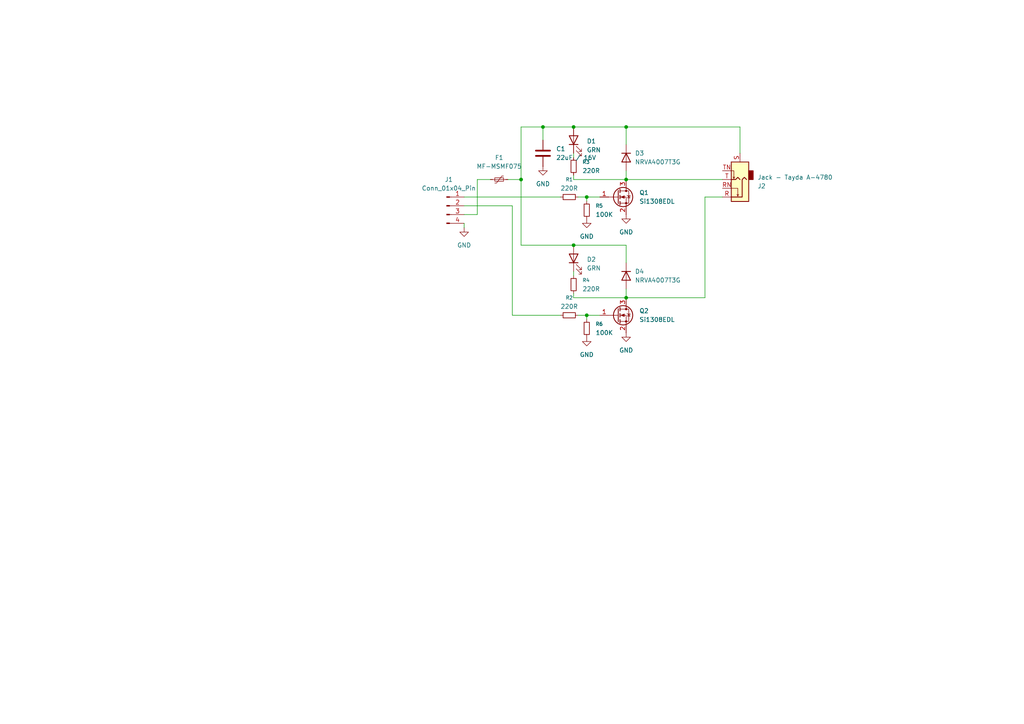
<source format=kicad_sch>
(kicad_sch (version 20250114) (generator "eeschema") (generator_version "9.0")
  (paper "A4")
  (title_block (title "Epoch2 - Motor Driver Test Board"))
  (lib_symbols
    (symbol "Connector:Conn_01x04_Pin" (pin_names (offset 1.016) (hide yes))
      (property "Reference" "J" (at 0 5.08 0))
      (property "Value" "Conn_01x04_Pin" (at 0 -7.62 0))
      (symbol "Conn_01x04_Pin_1_1"
        (rectangle (start 0.8636 2.667) (end 0 2.413) (stroke (width 0.1524)) (fill (type outline)))
        (rectangle (start 0.8636 0.127) (end 0 -0.127) (stroke (width 0.1524)) (fill (type outline)))
        (rectangle (start 0.8636 -2.413) (end 0 -2.667) (stroke (width 0.1524)) (fill (type outline)))
        (rectangle (start 0.8636 -4.953) (end 0 -5.207) (stroke (width 0.1524)) (fill (type outline)))
        (polyline (pts (xy 1.27 2.54) (xy 0.8636 2.54)) (stroke (width 0.1524)))
        (polyline (pts (xy 1.27 0) (xy 0.8636 0)) (stroke (width 0.1524)))
        (polyline (pts (xy 1.27 -2.54) (xy 0.8636 -2.54)) (stroke (width 0.1524)))
        (polyline (pts (xy 1.27 -5.08) (xy 0.8636 -5.08)) (stroke (width 0.1524)))
        (pin passive line (at 5.08 2.54 180) (length 3.81) (name "Pin_1") (number "1"))
        (pin passive line (at 5.08 0 180) (length 3.81) (name "Pin_2") (number "2"))
        (pin passive line (at 5.08 -2.54 180) (length 3.81) (name "Pin_3") (number "3"))
        (pin passive line (at 5.08 -5.08 180) (length 3.81) (name "Pin_4") (number "4"))
      )
    )
    (symbol "Connector_Audio:AudioJack2_Ground_Switch"
      (property "Reference" "J2" (at -5.08 1.9051 0))
      (property "Value" "Jack - Tayda A-4780" (at -5.08 -0.6349 0))
      (symbol "AudioJack2_Ground_Switch_0_1"
        (rectangle (start -2.54 -2.54) (end -3.81 0) (stroke (width 0.254)) (fill (type outline)))
        (rectangle (start 2.54 6.35) (end -2.54 -5.08) (stroke (width 0.254)) (fill (type background)))
      )
      (symbol "AudioJack2_Ground_Switch_1_1"
        (polyline (pts (xy 0 0) (xy 0.635 -0.635) (xy 1.27 0) (xy 2.54 0)) (stroke (width 0.254)))
        (polyline (pts (xy 0.635 4.826) (xy 0.889 4.318)))
        (polyline (pts (xy 1.778 -0.254) (xy 2.032 -0.762)))
        (polyline (pts (xy 2.54 5.08) (xy -0.635 5.08) (xy -0.635 0) (xy -1.27 -0.635) (xy -1.905 0)) (stroke (width 0.254)))
        (polyline (pts (xy 2.54 2.54) (xy 0.635 2.54) (xy 0.635 4.826) (xy 0.381 4.318)))
        (polyline (pts (xy 2.54 -2.54) (xy 1.778 -2.54) (xy 1.778 -0.254) (xy 1.524 -0.762)))
        (pin passive line (at 0 -7.62 90) (length 2.54) (name "~") (number "S"))
        (pin passive line (at 5.08 5.08 180) (length 2.54) (name "~") (number "R"))
        (pin passive line (at 5.08 2.54 180) (length 2.54) (name "~") (number "RN"))
        (pin passive line (at 5.08 0 180) (length 2.54) (name "~") (number "T"))
        (pin passive line (at 5.08 -2.54 180) (length 2.54) (name "~") (number "TN"))
      )
    )
    (symbol "Device:C" (pin_numbers (hide yes)) (pin_names (offset 0.254))
      (property "Reference" "C" (at 0.635 2.54 0))
      (property "Value" "C" (at 0.635 -2.54 0))
      (symbol "C_0_1"
        (polyline (pts (xy -2.032 0.762) (xy 2.032 0.762)) (stroke (width 0.508)))
        (polyline (pts (xy -2.032 -0.762) (xy 2.032 -0.762)) (stroke (width 0.508)))
      )
      (symbol "C_1_1"
        (pin passive line (at 0 3.81 270) (length 2.794) (name "~") (number "1"))
        (pin passive line (at 0 -3.81 90) (length 2.794) (name "~") (number "2"))
      )
    )
    (symbol "Device:LED" (pin_numbers (hide yes)) (pin_names (offset 1.016) (hide yes))
      (property "Reference" "D" (at 0 2.54 0))
      (property "Value" "LED" (at 0 -2.54 0))
      (symbol "LED_0_1"
        (polyline (pts (xy -3.048 -0.762) (xy -4.572 -2.286) (xy -3.81 -2.286) (xy -4.572 -2.286) (xy -4.572 -1.524)))
        (polyline (pts (xy -1.778 -0.762) (xy -3.302 -2.286) (xy -2.54 -2.286) (xy -3.302 -2.286) (xy -3.302 -1.524)))
        (polyline (pts (xy -1.27 0) (xy 1.27 0)))
        (polyline (pts (xy -1.27 -1.27) (xy -1.27 1.27)) (stroke (width 0.254)))
        (polyline (pts (xy 1.27 -1.27) (xy 1.27 1.27) (xy -1.27 0) (xy 1.27 -1.27)) (stroke (width 0.254)))
      )
      (symbol "LED_1_1"
        (pin passive line (at -3.81 0 0) (length 2.54) (name "K") (number "1"))
        (pin passive line (at 3.81 0 180) (length 2.54) (name "A") (number "2"))
      )
    )
    (symbol "Device:Polyfuse_Small" (pin_numbers (hide yes)) (pin_names (offset 0))
      (property "Reference" "F" (at -1.905 0 90))
      (property "Value" "Polyfuse_Small" (at 1.905 0 90))
      (symbol "Polyfuse_Small_0_1"
        (polyline (pts (xy -1.016 1.27) (xy -1.016 0.762) (xy 1.016 -0.762) (xy 1.016 -1.27)))
        (rectangle (start -0.508 1.27) (end 0.508 -1.27))
        (polyline (pts (xy 0 2.54) (xy 0 -2.54)))
      )
      (symbol "Polyfuse_Small_1_1"
        (pin passive line (at 0 2.54 270) (length 0.635) (name "~") (number "1"))
        (pin passive line (at 0 -2.54 90) (length 0.635) (name "~") (number "2"))
      )
    )
    (symbol "Device:R_Small" (pin_numbers (hide yes)) (pin_names (offset 0.254) (hide yes))
      (property "Reference" "R" (at 0 0 90))
      (property "Value" "R_Small" (at 1.778 0 90))
      (symbol "R_Small_0_1"
        (rectangle (start -0.762 1.778) (end 0.762 -1.778) (stroke (width 0.2032)))
      )
      (symbol "R_Small_1_1"
        (pin passive line (at 0 2.54 270) (length 0.762) (name "~") (number "1"))
        (pin passive line (at 0 -2.54 90) (length 0.762) (name "~") (number "2"))
      )
    )
    (symbol "Diode:NRVA4007T3G" (pin_numbers (hide yes)) (pin_names (hide yes))
      (property "Reference" "D" (at 0 2.54 0))
      (property "Value" "NRVA4007T3G" (at 0 -2.54 0))
      (symbol "NRVA4007T3G_0_1"
        (polyline (pts (xy -1.27 1.27) (xy -1.27 -1.27)) (stroke (width 0.254)))
        (polyline (pts (xy 1.27 1.27) (xy 1.27 -1.27) (xy -1.27 0) (xy 1.27 1.27)) (stroke (width 0.254)))
        (polyline (pts (xy 1.27 0) (xy -1.27 0)))
      )
      (symbol "NRVA4007T3G_1_1"
        (pin passive line (at -3.81 0 0) (length 2.54) (name "K") (number "1"))
        (pin passive line (at 3.81 0 180) (length 2.54) (name "A") (number "2"))
      )
    )
    (symbol "Transistor_FET:Si1308EDL" (pin_names (hide yes))
      (property "Reference" "Q" (at 5.08 1.905 0))
      (property "Value" "Si1308EDL" (at 5.08 0 0))
      (symbol "Si1308EDL_0_1"
        (polyline (pts (xy 0.254 1.905) (xy 0.254 -1.905)) (stroke (width 0.254)))
        (polyline (pts (xy 0.254 0) (xy -2.54 0)))
        (polyline (pts (xy 0.762 2.286) (xy 0.762 1.27)) (stroke (width 0.254)))
        (polyline (pts (xy 0.762 0.508) (xy 0.762 -0.508)) (stroke (width 0.254)))
        (polyline (pts (xy 0.762 -1.27) (xy 0.762 -2.286)) (stroke (width 0.254)))
        (polyline (pts (xy 0.762 -1.778) (xy 3.302 -1.778) (xy 3.302 1.778) (xy 0.762 1.778)))
        (polyline (pts (xy 1.016 0) (xy 2.032 0.381) (xy 2.032 -0.381) (xy 1.016 0)) (fill (type outline)))
        (circle (center 1.651 0) (radius 2.794) (stroke (width 0.254)))
        (polyline (pts (xy 2.54 2.54) (xy 2.54 1.778)))
        (circle (center 2.54 1.778) (radius 0.254) (fill (type outline)))
        (circle (center 2.54 -1.778) (radius 0.254) (fill (type outline)))
        (polyline (pts (xy 2.54 -2.54) (xy 2.54 0) (xy 0.762 0)))
        (polyline (pts (xy 2.794 0.508) (xy 2.921 0.381) (xy 3.683 0.381) (xy 3.81 0.254)))
        (polyline (pts (xy 3.302 0.381) (xy 2.921 -0.254) (xy 3.683 -0.254) (xy 3.302 0.381)))
      )
      (symbol "Si1308EDL_1_1"
        (pin input line (at -5.08 0 0) (length 2.54) (name "G") (number "1"))
        (pin passive line (at 2.54 5.08 270) (length 2.54) (name "D") (number "3"))
        (pin passive line (at 2.54 -5.08 90) (length 2.54) (name "S") (number "2"))
      )
    )
    (symbol "power:GND" (power) (pin_numbers (hide yes)) (pin_names (offset 0) (hide yes))
      (property "Value" "GND" (at 0 -3.81 0))
      (symbol "GND_0_1"
        (polyline (pts (xy 0 0) (xy 0 -1.27) (xy 1.27 -1.27) (xy 0 -2.54) (xy -1.27 -1.27) (xy 0 -1.27)))
      )
      (symbol "GND_1_1"
        (pin power_in line (at 0 0 270) (length 0) (name "~") (number "1"))
      )
    )
  )
  (junction (at 181.61 36.83))
  (junction (at 170.18 91.44))
  (junction (at 166.37 36.83))
  (junction (at 151.13 52.07))
  (junction (at 166.37 71.12))
  (junction (at 170.18 57.15))
  (junction (at 181.61 52.07))
  (junction (at 157.48 36.83))
  (junction (at 181.61 86.36))
  (wire (pts (xy 170.18 91.44) (xy 170.18 92.71)))
  (wire (pts (xy 151.13 36.83) (xy 157.48 36.83)))
  (wire (pts (xy 181.61 86.36) (xy 204.47 86.36)))
  (wire (pts (xy 134.62 62.23) (xy 138.43 62.23)))
  (wire (pts (xy 170.18 57.15) (xy 170.18 58.42)))
  (wire (pts (xy 157.48 40.64) (xy 157.48 36.83)))
  (wire (pts (xy 166.37 80.01) (xy 166.37 78.74)))
  (wire (pts (xy 181.61 71.12) (xy 181.61 76.2)))
  (wire (pts (xy 166.37 85.09) (xy 166.37 86.36)))
  (wire (pts (xy 181.61 49.53) (xy 181.61 52.07)))
  (wire (pts (xy 170.18 91.44) (xy 173.99 91.44)))
  (wire (pts (xy 204.47 57.15) (xy 209.55 57.15)))
  (wire (pts (xy 166.37 50.8) (xy 166.37 52.07)))
  (wire (pts (xy 134.62 57.15) (xy 162.56 57.15)))
  (wire (pts (xy 167.64 57.15) (xy 170.18 57.15)))
  (wire (pts (xy 138.43 52.07) (xy 142.24 52.07)))
  (wire (pts (xy 151.13 36.83) (xy 151.13 52.07)))
  (wire (pts (xy 181.61 36.83) (xy 181.61 41.91)))
  (wire (pts (xy 181.61 83.82) (xy 181.61 86.36)))
  (wire (pts (xy 166.37 45.72) (xy 166.37 44.45)))
  (wire (pts (xy 147.32 52.07) (xy 151.13 52.07)))
  (wire (pts (xy 151.13 52.07) (xy 151.13 71.12)))
  (wire (pts (xy 204.47 86.36) (xy 204.47 57.15)))
  (wire (pts (xy 157.48 36.83) (xy 166.37 36.83)))
  (wire (pts (xy 181.61 52.07) (xy 166.37 52.07)))
  (wire (pts (xy 138.43 62.23) (xy 138.43 52.07)))
  (wire (pts (xy 166.37 71.12) (xy 181.61 71.12)))
  (wire (pts (xy 134.62 59.69) (xy 148.59 59.69)))
  (wire (pts (xy 181.61 36.83) (xy 214.63 36.83)))
  (wire (pts (xy 170.18 57.15) (xy 173.99 57.15)))
  (wire (pts (xy 134.62 64.77) (xy 134.62 66.04)))
  (wire (pts (xy 181.61 86.36) (xy 166.37 86.36)))
  (wire (pts (xy 181.61 52.07) (xy 209.55 52.07)))
  (wire (pts (xy 148.59 59.69) (xy 148.59 91.44)))
  (wire (pts (xy 167.64 91.44) (xy 170.18 91.44)))
  (wire (pts (xy 214.63 44.45) (xy 214.63 36.83)))
  (wire (pts (xy 166.37 36.83) (xy 181.61 36.83)))
  (wire (pts (xy 151.13 71.12) (xy 166.37 71.12)))
  (wire (pts (xy 148.59 91.44) (xy 162.56 91.44)))
  (symbol (lib_id "Transistor_FET:Si1308EDL") (at 179.07 91.44 0) (unit 1)
    (property "Reference" "Q2" (at 185.42 90.1699 0) (effects (justify left)))
    (property "Value" "Si1308EDL" (at 185.42 92.7099 0) (effects (justify left)))
    (property "Footprint" "Package_TO_SOT_SMD:SOT-323_SC-70" (effects (hide yes)))
    (property "Datasheet" "https://www.vishay.com/docs/63399/si1308edl.pdf" (effects (hide yes)))
    (property "Description" "30V Vds, 1.4A Id, N-Channel MOSFET, SC-70" (effects (hide yes)))
  )
  (symbol (lib_id "Device:Polyfuse_Small") (at 144.78 52.07 90) (unit 1)
    (property "Reference" "F1" (at 144.78 45.72 90))
    (property "Value" "MF-MSMF075" (at 144.78 48.26 90))
    (property "Footprint" "Resistor_SMD:R_1812_4532Metric" (effects (hide yes)))
    (property "Description" "Resettable fuse, polymeric positive temperature coefficient, small symbol" (effects (hide yes)))
  )
  (symbol (lib_id "Device:R_Small") (at 165.1 57.15 90) (unit 1)
    (property "Reference" "R1" (at 165.1 52.07 90) (effects (font (size 1.016 1.016))))
    (property "Value" "220R" (at 165.1 54.61 90))
    (property "Footprint" "Resistor_SMD:R_0603_1608Metric" (effects (hide yes)))
    (property "Description" "Resistor, small symbol" (effects (hide yes)))
  )
  (symbol (lib_id "Connector:Conn_01x04_Pin") (at 129.54 59.69 0) (unit 1)
    (property "Reference" "J1" (at 130.175 52.07 0))
    (property "Value" "Conn_01x04_Pin" (at 130.175 54.61 0))
    (property "Footprint" "Connector_PinHeader_2.54mm:PinHeader_1x04_P2.54mm_Vertical" (effects (hide yes)))
    (property "Description" "Generic connector, single row, 01x04, script generated" (effects (hide yes)))
  )
  (symbol (lib_id "Device:R_Small") (at 170.18 95.25 0) (unit 1)
    (property "Reference" "R6" (at 172.72 93.9799 0) (effects (font (size 1.016 1.016)) (justify left)))
    (property "Value" "100K" (at 172.72 96.5199 0) (effects (justify left)))
    (property "Footprint" "Resistor_SMD:R_0603_1608Metric" (effects (hide yes)))
    (property "Description" "Resistor, small symbol" (effects (hide yes)))
  )
  (symbol (lib_id "Device:C") (at 157.48 44.45 0) (unit 1)
    (property "Reference" "C1" (at 161.29 43.1799 0) (effects (justify left)))
    (property "Value" "22uF / 16V" (at 161.29 45.7199 0) (effects (justify left)))
    (property "Footprint" "Capacitor_SMD:C_1812_4532Metric" (effects (hide yes)))
    (property "Description" "Unpolarized capacitor" (effects (hide yes)))
  )
  (symbol (lib_id "power:GND") (at 134.62 66.04 0) (unit 1)
    (property "Reference" "#PWR07" (effects (hide yes)))
    (property "Value" "GND" (at 134.62 71.12 0))
    (property "Description" "Power symbol creates a global label with name \"GND\" , ground" (effects (hide yes)))
  )
  (symbol (lib_id "power:GND") (at 181.61 96.52 0) (unit 1)
    (property "Reference" "#PWR06" (effects (hide yes)))
    (property "Value" "GND" (at 181.61 101.6 0))
    (property "Description" "Power symbol creates a global label with name \"GND\" , ground" (effects (hide yes)))
  )
  (symbol (lib_id "Device:LED") (at 166.37 40.64 90) (unit 1)
    (property "Reference" "D1" (at 170.18 40.9574 90) (effects (justify right)))
    (property "Value" "GRN" (at 170.18 43.4974 90) (effects (justify right)))
    (property "Footprint" "LED_SMD:LED_0603_1608Metric" (effects (hide yes)))
    (property "Description" "Light emitting diode" (effects (hide yes)))
    (property "Sim.Pins" "1=K 2=A" (effects (hide yes)))
  )
  (symbol (lib_id "power:GND") (at 170.18 97.79 0) (unit 1)
    (property "Reference" "#PWR05" (effects (hide yes)))
    (property "Value" "GND" (at 170.18 102.87 0))
    (property "Description" "Power symbol creates a global label with name \"GND\" , ground" (effects (hide yes)))
  )
  (symbol (lib_id "power:GND") (at 170.18 63.5 0) (unit 1)
    (property "Reference" "#PWR03" (effects (hide yes)))
    (property "Value" "GND" (at 170.18 68.58 0))
    (property "Description" "Power symbol creates a global label with name \"GND\" , ground" (effects (hide yes)))
  )
  (symbol (lib_id "Diode:NRVA4007T3G") (at 181.61 45.72 270) (unit 1)
    (property "Reference" "D3" (at 184.15 44.4499 90) (effects (justify left)))
    (property "Value" "NRVA4007T3G" (at 184.15 46.9899 90) (effects (justify left)))
    (property "Footprint" "Diode_SMD:D_SMA" (effects (hide yes)))
    (property "Datasheet" "http://www.onsemi.com/pub_link/Collateral/MRA4003T3-D.PDF" (effects (hide yes)))
    (property "Description" "1000V, 1A, General Purpose Rectifier Diode, SMA(DO-214AC)" (effects (hide yes)))
    (property "Sim.Device" "D" (effects (hide yes)))
    (property "Sim.Pins" "1=K 2=A" (effects (hide yes)))
  )
  (symbol (lib_id "Device:R_Small") (at 166.37 48.26 0) (unit 1)
    (property "Reference" "R3" (at 168.91 46.9899 0) (effects (font (size 1.016 1.016)) (justify left)))
    (property "Value" "220R" (at 168.91 49.5299 0) (effects (justify left)))
    (property "Footprint" "Resistor_SMD:R_0603_1608Metric" (effects (hide yes)))
    (property "Description" "Resistor, small symbol" (effects (hide yes)))
  )
  (symbol (lib_id "Diode:NRVA4007T3G") (at 181.61 80.01 270) (unit 1)
    (property "Reference" "D4" (at 184.15 78.7399 90) (effects (justify left)))
    (property "Value" "NRVA4007T3G" (at 184.15 81.2799 90) (effects (justify left)))
    (property "Footprint" "Diode_SMD:D_SMA" (effects (hide yes)))
    (property "Datasheet" "http://www.onsemi.com/pub_link/Collateral/MRA4003T3-D.PDF" (effects (hide yes)))
    (property "Description" "1000V, 1A, General Purpose Rectifier Diode, SMA(DO-214AC)" (effects (hide yes)))
    (property "Sim.Device" "D" (effects (hide yes)))
    (property "Sim.Pins" "1=K 2=A" (effects (hide yes)))
  )
  (symbol (lib_id "Device:R_Small") (at 166.37 82.55 0) (unit 1)
    (property "Reference" "R4" (at 168.91 81.2799 0) (effects (font (size 1.016 1.016)) (justify left)))
    (property "Value" "220R" (at 168.91 83.8199 0) (effects (justify left)))
    (property "Footprint" "Resistor_SMD:R_0603_1608Metric" (effects (hide yes)))
    (property "Description" "Resistor, small symbol" (effects (hide yes)))
  )
  (symbol (lib_id "Device:R_Small") (at 170.18 60.96 0) (unit 1)
    (property "Reference" "R5" (at 172.72 59.6899 0) (effects (font (size 1.016 1.016)) (justify left)))
    (property "Value" "100K" (at 172.72 62.2299 0) (effects (justify left)))
    (property "Footprint" "Resistor_SMD:R_0603_1608Metric" (effects (hide yes)))
    (property "Description" "Resistor, small symbol" (effects (hide yes)))
  )
  (symbol (lib_id "power:GND") (at 181.61 62.23 0) (unit 1)
    (property "Reference" "#PWR01" (effects (hide yes)))
    (property "Value" "GND" (at 181.61 67.31 0))
    (property "Description" "Power symbol creates a global label with name \"GND\" , ground" (effects (hide yes)))
  )
  (symbol (lib_id "Device:LED") (at 166.37 74.93 90) (unit 1)
    (property "Reference" "D2" (at 170.18 75.2474 90) (effects (justify right)))
    (property "Value" "GRN" (at 170.18 77.7874 90) (effects (justify right)))
    (property "Footprint" "LED_SMD:LED_0603_1608Metric" (effects (hide yes)))
    (property "Description" "Light emitting diode" (effects (hide yes)))
    (property "Sim.Pins" "1=K 2=A" (effects (hide yes)))
  )
  (symbol (lib_id "power:GND") (at 157.48 48.26 0) (unit 1)
    (property "Reference" "#PWR02" (effects (hide yes)))
    (property "Value" "GND" (at 157.48 53.34 0))
    (property "Description" "Power symbol creates a global label with name \"GND\" , ground" (effects (hide yes)))
  )
  (symbol (lib_id "Device:R_Small") (at 165.1 91.44 90) (unit 1)
    (property "Reference" "R2" (at 165.1 86.36 90) (effects (font (size 1.016 1.016))))
    (property "Value" "220R" (at 165.1 88.9 90))
    (property "Footprint" "Resistor_SMD:R_0603_1608Metric" (effects (hide yes)))
    (property "Description" "Resistor, small symbol" (effects (hide yes)))
  )
  (symbol (lib_id "Transistor_FET:Si1308EDL") (at 179.07 57.15 0) (unit 1)
    (property "Reference" "Q1" (at 185.42 55.8799 0) (effects (justify left)))
    (property "Value" "Si1308EDL" (at 185.42 58.4199 0) (effects (justify left)))
    (property "Footprint" "Package_TO_SOT_SMD:SOT-323_SC-70" (effects (hide yes)))
    (property "Datasheet" "https://www.vishay.com/docs/63399/si1308edl.pdf" (effects (hide yes)))
    (property "Description" "30V Vds, 1.4A Id, N-Channel MOSFET, SC-70" (effects (hide yes)))
  )
  (symbol (lib_id "Connector_Audio:AudioJack2_Ground_Switch") (at 214.63 52.07 180) (unit 1)
    (property "Reference" "J2" (at 219.71 53.9751 0) (effects (justify right)))
    (property "Value" "Jack - Tayda A-4780" (at 219.71 51.4351 0) (effects (justify right)))
    (property "Footprint" "Connector_Audio:Jack_3.5mm_Ledino_KB3SPRS_Horizontal" (effects (hide yes)))
    (property "Description" "Audio Jack, 2 Poles (Mono / TS), Grounded Sleeve, Switched Pole (Normalling)" (effects (hide yes)))
  )
)
</source>
